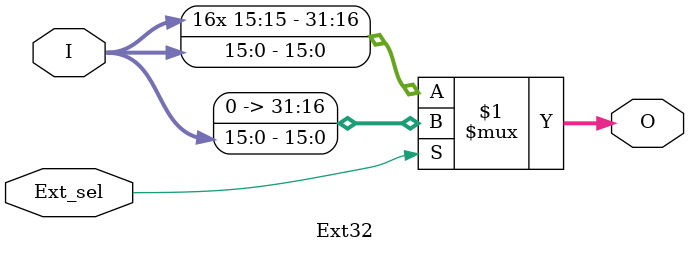
<source format=v>

`timescale 1ns / 1ps
module Ext32(input [15:0] I,
				input Ext_sel,
				output [31:0] O
    );
	 assign O = Ext_sel ? {16'b0, I} : {{16{I[15]}},I} ;


endmodule

</source>
